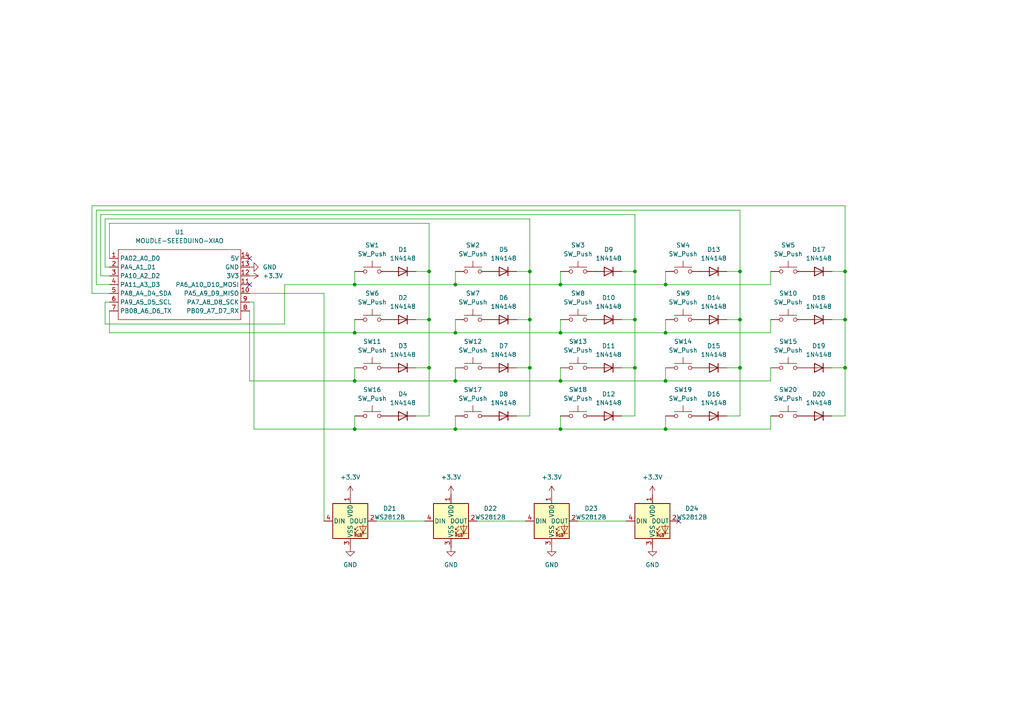
<source format=kicad_sch>
(kicad_sch (version 20230121) (generator eeschema)
  (paper "A4")
  (lib_symbols
    (symbol "Diode:1N4148" (pin_numbers hide) (pin_names hide)
      (property "Reference" "D" (at 0 2.54 0))
      (property "Value" "1N4148" (at 0 -2.54 0))
      (symbol "1N4148_0_1"
        (polyline (pts (xy -1.27 1.27) (xy -1.27 -1.27)) (stroke (width 0.254)))
        (polyline (pts (xy 1.27 0) (xy -1.27 0)))
        (polyline (pts (xy 1.27 1.27) (xy 1.27 -1.27) (xy -1.27 0) (xy 1.27 1.27)) (stroke (width 0.254)))
      )
      (symbol "1N4148_1_1"
        (pin passive line (at -3.81 0 0) (length 2.54) (name "K") (number "1"))
        (pin passive line (at 3.81 0 180) (length 2.54) (name "A") (number "2"))
      )
    )
    (symbol "LED:WS2812B" (pin_names (offset 0.254))
      (property "Reference" "D" (at 5.08 5.715 0))
      (property "Value" "WS2812B" (at 1.27 -5.715 0))
      (symbol "WS2812B_0_0"
        (text "RGB" (at 2.286 -4.191 0) (effects (font (size 0.762 0.762))))
      )
      (symbol "WS2812B_0_1"
        (polyline (pts (xy 1.27 -3.556) (xy 1.778 -3.556)))
        (polyline (pts (xy 1.27 -2.54) (xy 1.778 -2.54)))
        (polyline (pts (xy 4.699 -3.556) (xy 2.667 -3.556)))
        (polyline (pts (xy 2.286 -2.54) (xy 1.27 -3.556) (xy 1.27 -3.048)))
        (polyline (pts (xy 2.286 -1.524) (xy 1.27 -2.54) (xy 1.27 -2.032)))
        (polyline (pts (xy 3.683 -1.016) (xy 3.683 -3.556) (xy 3.683 -4.064)))
        (polyline (pts (xy 4.699 -1.524) (xy 2.667 -1.524) (xy 3.683 -3.556) (xy 4.699 -1.524)))
        (rectangle (start 5.08 5.08) (end -5.08 -5.08) (stroke (width 0.254)) (fill (type background)))
      )
      (symbol "WS2812B_1_1"
        (pin power_in line (at 0 7.62 270) (length 2.54) (name "VDD") (number "1"))
        (pin output line (at 7.62 0 180) (length 2.54) (name "DOUT") (number "2"))
        (pin power_in line (at 0 -7.62 90) (length 2.54) (name "VSS") (number "3"))
        (pin input line (at -7.62 0 0) (length 2.54) (name "DIN") (number "4"))
      )
    )
    (symbol "MOUDLE-SEEEDUINO-XIAO:MOUDLE-SEEEDUINO-XIAO"
      (property "Reference" "U" (at -16.51 11.43 0))
      (property "Value" "MOUDLE-SEEEDUINO-XIAO" (at -3.81 -11.43 0))
      (symbol "MOUDLE-SEEEDUINO-XIAO_0_1"
        (rectangle (start -16.51 10.16) (end 19.05 -10.16))
      )
      (symbol "MOUDLE-SEEEDUINO-XIAO_1_1"
        (pin passive line (at -19.05 7.62 0) (length 2.54) (name "PA02_A0_D0") (number "1"))
        (pin passive line (at 21.59 -2.54 180) (length 2.54) (name "PA5_A9_D9_MISO") (number "10"))
        (pin passive line (at 21.59 0 180) (length 2.54) (name "PA6_A10_D10_MOSI") (number "11"))
        (pin passive line (at 21.59 2.54 180) (length 2.54) (name "3V3") (number "12"))
        (pin passive line (at 21.59 5.08 180) (length 2.54) (name "GND") (number "13"))
        (pin passive line (at 21.59 7.62 180) (length 2.54) (name "5V") (number "14"))
        (pin passive line (at -19.05 5.08 0) (length 2.54) (name "PA4_A1_D1") (number "2"))
        (pin passive line (at -19.05 2.54 0) (length 2.54) (name "PA10_A2_D2") (number "3"))
        (pin passive line (at -19.05 0 0) (length 2.54) (name "PA11_A3_D3") (number "4"))
        (pin passive line (at -19.05 -2.54 0) (length 2.54) (name "PA8_A4_D4_SDA") (number "5"))
        (pin passive line (at -19.05 -5.08 0) (length 2.54) (name "PA9_A5_D5_SCL") (number "6"))
        (pin passive line (at -19.05 -7.62 0) (length 2.54) (name "PB08_A6_D6_TX") (number "7"))
        (pin passive line (at 21.59 -7.62 180) (length 2.54) (name "PB09_A7_D7_RX") (number "8"))
        (pin passive line (at 21.59 -5.08 180) (length 2.54) (name "PA7_A8_D8_SCK") (number "9"))
      )
    )
    (symbol "Switch:SW_Push" (pin_numbers hide) (pin_names (offset 1.016) hide)
      (property "Reference" "SW" (at 1.27 2.54 0))
      (property "Value" "SW_Push" (at 0 -1.524 0))
      (symbol "SW_Push_0_1"
        (circle (center -2.032 0) (radius 0.508))
        (polyline (pts (xy 0 1.27) (xy 0 3.048)))
        (polyline (pts (xy 2.54 1.27) (xy -2.54 1.27)))
        (circle (center 2.032 0) (radius 0.508))
        (pin passive line (at -5.08 0 0) (length 2.54) (name "1") (number "1"))
        (pin passive line (at 5.08 0 180) (length 2.54) (name "2") (number "2"))
      )
    )
    (symbol "power:+3.3V" (power) (pin_names (offset 0))
      (property "Value" "+3.3V" (at 0 3.556 0))
      (symbol "+3.3V_0_1"
        (polyline (pts (xy -0.762 1.27) (xy 0 2.54)))
        (polyline (pts (xy 0 0) (xy 0 2.54)))
        (polyline (pts (xy 0 2.54) (xy 0.762 1.27)))
      )
      (symbol "+3.3V_1_1"
        (pin power_in line (at 0 0 90) (length 0) hide (name "+3.3V") (number "1"))
      )
    )
    (symbol "power:GND" (power) (pin_names (offset 0))
      (property "Value" "GND" (at 0 -3.81 0))
      (symbol "GND_0_1"
        (polyline (pts (xy 0 0) (xy 0 -1.27) (xy 1.27 -1.27) (xy 0 -2.54) (xy -1.27 -1.27) (xy 0 -1.27)))
      )
      (symbol "GND_1_1"
        (pin power_in line (at 0 0 270) (length 0) hide (name "GND") (number "1"))
      )
    )
  )
  (junction (at 162.56 110.49))
  (junction (at 214.63 78.74))
  (junction (at 214.63 106.68))
  (junction (at 162.56 124.46))
  (junction (at 245.11 106.68))
  (junction (at 132.08 124.46))
  (junction (at 102.87 82.55))
  (junction (at 102.87 110.49))
  (junction (at 245.11 78.74))
  (junction (at 184.15 106.68))
  (junction (at 193.04 82.55))
  (junction (at 153.67 92.71))
  (junction (at 102.87 124.46))
  (junction (at 132.08 82.55))
  (junction (at 193.04 124.46))
  (junction (at 214.63 92.71))
  (junction (at 102.87 96.52))
  (junction (at 124.46 92.71))
  (junction (at 153.67 106.68))
  (junction (at 132.08 110.49))
  (junction (at 193.04 110.49))
  (junction (at 184.15 78.74))
  (junction (at 124.46 78.74))
  (junction (at 162.56 82.55))
  (junction (at 132.08 96.52))
  (junction (at 153.67 78.74))
  (junction (at 162.56 96.52))
  (junction (at 245.11 92.71))
  (junction (at 124.46 106.68))
  (junction (at 193.04 96.52))
  (junction (at 184.15 92.71))
  (no_connect (at 72.39 74.93))
  (no_connect (at 72.39 82.55))
  (no_connect (at 196.85 151.13))
  (wire (pts (xy 27.94 60.96) (xy 27.94 82.55)))
  (wire (pts (xy 245.11 120.65) (xy 245.11 106.68)))
  (wire (pts (xy 193.04 96.52) (xy 162.56 96.52)))
  (wire (pts (xy 82.55 82.55) (xy 102.87 82.55)))
  (wire (pts (xy 132.08 106.68) (xy 132.08 110.49)))
  (wire (pts (xy 26.67 59.69) (xy 26.67 85.09)))
  (wire (pts (xy 132.08 120.65) (xy 132.08 124.46)))
  (wire (pts (xy 26.67 85.09) (xy 31.75 85.09)))
  (wire (pts (xy 102.87 110.49) (xy 132.08 110.49)))
  (wire (pts (xy 31.75 64.77) (xy 31.75 74.93)))
  (wire (pts (xy 102.87 120.65) (xy 102.87 124.46)))
  (wire (pts (xy 132.08 92.71) (xy 132.08 96.52)))
  (wire (pts (xy 193.04 106.68) (xy 193.04 110.49)))
  (wire (pts (xy 245.11 92.71) (xy 245.11 78.74)))
  (wire (pts (xy 162.56 120.65) (xy 162.56 124.46)))
  (wire (pts (xy 73.66 87.63) (xy 72.39 87.63)))
  (wire (pts (xy 210.82 92.71) (xy 214.63 92.71)))
  (wire (pts (xy 73.66 124.46) (xy 73.66 87.63)))
  (wire (pts (xy 180.34 92.71) (xy 184.15 92.71)))
  (wire (pts (xy 210.82 78.74) (xy 214.63 78.74)))
  (wire (pts (xy 102.87 96.52) (xy 132.08 96.52)))
  (wire (pts (xy 223.52 92.71) (xy 223.52 96.52)))
  (wire (pts (xy 241.3 92.71) (xy 245.11 92.71)))
  (wire (pts (xy 124.46 64.77) (xy 124.46 78.74)))
  (wire (pts (xy 180.34 78.74) (xy 184.15 78.74)))
  (wire (pts (xy 223.52 120.65) (xy 223.52 124.46)))
  (wire (pts (xy 30.48 87.63) (xy 31.75 87.63)))
  (wire (pts (xy 241.3 120.65) (xy 245.11 120.65)))
  (wire (pts (xy 245.11 59.69) (xy 245.11 78.74)))
  (wire (pts (xy 214.63 92.71) (xy 214.63 78.74)))
  (wire (pts (xy 193.04 92.71) (xy 193.04 96.52)))
  (wire (pts (xy 102.87 78.74) (xy 102.87 82.55)))
  (wire (pts (xy 214.63 106.68) (xy 214.63 92.71)))
  (wire (pts (xy 153.67 120.65) (xy 153.67 106.68)))
  (wire (pts (xy 245.11 59.69) (xy 26.67 59.69)))
  (wire (pts (xy 162.56 92.71) (xy 162.56 96.52)))
  (wire (pts (xy 27.94 82.55) (xy 31.75 82.55)))
  (wire (pts (xy 184.15 62.23) (xy 184.15 78.74)))
  (wire (pts (xy 162.56 78.74) (xy 162.56 82.55)))
  (wire (pts (xy 223.52 82.55) (xy 193.04 82.55)))
  (wire (pts (xy 124.46 106.68) (xy 124.46 92.71)))
  (wire (pts (xy 82.55 93.98) (xy 30.48 93.98)))
  (wire (pts (xy 223.52 106.68) (xy 223.52 110.49)))
  (wire (pts (xy 120.65 92.71) (xy 124.46 92.71)))
  (wire (pts (xy 149.86 120.65) (xy 153.67 120.65)))
  (wire (pts (xy 214.63 120.65) (xy 214.63 106.68)))
  (wire (pts (xy 223.52 124.46) (xy 193.04 124.46)))
  (wire (pts (xy 193.04 78.74) (xy 193.04 82.55)))
  (wire (pts (xy 241.3 78.74) (xy 245.11 78.74)))
  (wire (pts (xy 149.86 106.68) (xy 153.67 106.68)))
  (wire (pts (xy 167.64 151.13) (xy 181.61 151.13)))
  (wire (pts (xy 162.56 110.49) (xy 132.08 110.49)))
  (wire (pts (xy 124.46 64.77) (xy 31.75 64.77)))
  (wire (pts (xy 162.56 96.52) (xy 132.08 96.52)))
  (wire (pts (xy 193.04 120.65) (xy 193.04 124.46)))
  (wire (pts (xy 109.22 151.13) (xy 123.19 151.13)))
  (wire (pts (xy 153.67 63.5) (xy 30.48 63.5)))
  (wire (pts (xy 193.04 82.55) (xy 162.56 82.55)))
  (wire (pts (xy 149.86 92.71) (xy 153.67 92.71)))
  (wire (pts (xy 30.48 63.5) (xy 30.48 77.47)))
  (wire (pts (xy 223.52 96.52) (xy 193.04 96.52)))
  (wire (pts (xy 210.82 106.68) (xy 214.63 106.68)))
  (wire (pts (xy 31.75 96.52) (xy 31.75 90.17)))
  (wire (pts (xy 120.65 78.74) (xy 124.46 78.74)))
  (wire (pts (xy 138.43 151.13) (xy 152.4 151.13)))
  (wire (pts (xy 102.87 82.55) (xy 132.08 82.55)))
  (wire (pts (xy 223.52 78.74) (xy 223.52 82.55)))
  (wire (pts (xy 93.98 85.09) (xy 72.39 85.09)))
  (wire (pts (xy 180.34 120.65) (xy 184.15 120.65)))
  (wire (pts (xy 120.65 120.65) (xy 124.46 120.65)))
  (wire (pts (xy 72.39 110.49) (xy 102.87 110.49)))
  (wire (pts (xy 210.82 120.65) (xy 214.63 120.65)))
  (wire (pts (xy 124.46 92.71) (xy 124.46 78.74)))
  (wire (pts (xy 124.46 120.65) (xy 124.46 106.68)))
  (wire (pts (xy 149.86 78.74) (xy 153.67 78.74)))
  (wire (pts (xy 184.15 120.65) (xy 184.15 106.68)))
  (wire (pts (xy 223.52 110.49) (xy 193.04 110.49)))
  (wire (pts (xy 193.04 110.49) (xy 162.56 110.49)))
  (wire (pts (xy 162.56 124.46) (xy 132.08 124.46)))
  (wire (pts (xy 31.75 96.52) (xy 102.87 96.52)))
  (wire (pts (xy 73.66 124.46) (xy 102.87 124.46)))
  (wire (pts (xy 241.3 106.68) (xy 245.11 106.68)))
  (wire (pts (xy 153.67 92.71) (xy 153.67 78.74)))
  (wire (pts (xy 193.04 124.46) (xy 162.56 124.46)))
  (wire (pts (xy 29.21 80.01) (xy 31.75 80.01)))
  (wire (pts (xy 120.65 106.68) (xy 124.46 106.68)))
  (wire (pts (xy 245.11 106.68) (xy 245.11 92.71)))
  (wire (pts (xy 180.34 106.68) (xy 184.15 106.68)))
  (wire (pts (xy 30.48 93.98) (xy 30.48 87.63)))
  (wire (pts (xy 102.87 106.68) (xy 102.87 110.49)))
  (wire (pts (xy 184.15 106.68) (xy 184.15 92.71)))
  (wire (pts (xy 214.63 60.96) (xy 27.94 60.96)))
  (wire (pts (xy 132.08 78.74) (xy 132.08 82.55)))
  (wire (pts (xy 153.67 63.5) (xy 153.67 78.74)))
  (wire (pts (xy 184.15 62.23) (xy 29.21 62.23)))
  (wire (pts (xy 102.87 92.71) (xy 102.87 96.52)))
  (wire (pts (xy 153.67 106.68) (xy 153.67 92.71)))
  (wire (pts (xy 102.87 124.46) (xy 132.08 124.46)))
  (wire (pts (xy 72.39 110.49) (xy 72.39 90.17)))
  (wire (pts (xy 82.55 82.55) (xy 82.55 93.98)))
  (wire (pts (xy 162.56 82.55) (xy 132.08 82.55)))
  (wire (pts (xy 184.15 92.71) (xy 184.15 78.74)))
  (wire (pts (xy 162.56 106.68) (xy 162.56 110.49)))
  (wire (pts (xy 30.48 77.47) (xy 31.75 77.47)))
  (wire (pts (xy 93.98 151.13) (xy 93.98 85.09)))
  (wire (pts (xy 29.21 62.23) (xy 29.21 80.01)))
  (wire (pts (xy 214.63 60.96) (xy 214.63 78.74)))
  (symbol (lib_id "Diode:1N4148") (at 116.84 120.65 180) (unit 1)
    (property "Reference" "D4" (at 116.84 114.3 0))
    (property "Value" "1N4148" (at 116.84 116.84 0))
    (property "Footprint" "Diode_THT:D_DO-35_SOD27_P7.62mm_Horizontal" (effects hide))
    (property "Datasheet" "https://assets.nexperia.com/documents/data-sheet/1N4148_1N4448.pdf" (effects hide))
    (property "Sim.Device" "D" (effects hide))
    (property "Sim.Pins" "1=K 2=A" (effects hide))
  )
  (symbol (lib_id "Diode:1N4148") (at 116.84 78.74 180) (unit 1)
    (property "Reference" "D1" (at 116.84 72.39 0))
    (property "Value" "1N4148" (at 116.84 74.93 0))
    (property "Footprint" "Diode_THT:D_DO-35_SOD27_P7.62mm_Horizontal" (effects hide))
    (property "Datasheet" "https://assets.nexperia.com/documents/data-sheet/1N4148_1N4448.pdf" (effects hide))
    (property "Sim.Device" "D" (effects hide))
    (property "Sim.Pins" "1=K 2=A" (effects hide))
  )
  (symbol (lib_id "Diode:1N4148") (at 237.49 78.74 180) (unit 1)
    (property "Reference" "D17" (at 237.49 72.39 0))
    (property "Value" "1N4148" (at 237.49 74.93 0))
    (property "Footprint" "Diode_THT:D_DO-35_SOD27_P7.62mm_Horizontal" (effects hide))
    (property "Datasheet" "https://assets.nexperia.com/documents/data-sheet/1N4148_1N4448.pdf" (effects hide))
    (property "Sim.Device" "D" (effects hide))
    (property "Sim.Pins" "1=K 2=A" (effects hide))
  )
  (symbol (lib_id "LED:WS2812B") (at 189.23 151.13 0) (unit 1)
    (property "Reference" "D24" (at 200.66 147.4821 0))
    (property "Value" "WS2812B" (at 200.66 150.0221 0))
    (property "Footprint" "LED_SMD:LED_WS2812B_PLCC4_5.0x5.0mm_P3.2mm" (effects hide))
    (property "Datasheet" "https://cdn-shop.adafruit.com/datasheets/WS2812B.pdf" (effects hide))
  )
  (symbol (lib_id "Diode:1N4148") (at 237.49 92.71 180) (unit 1)
    (property "Reference" "D18" (at 237.49 86.36 0))
    (property "Value" "1N4148" (at 237.49 88.9 0))
    (property "Footprint" "Diode_THT:D_DO-35_SOD27_P7.62mm_Horizontal" (effects hide))
    (property "Datasheet" "https://assets.nexperia.com/documents/data-sheet/1N4148_1N4448.pdf" (effects hide))
    (property "Sim.Device" "D" (effects hide))
    (property "Sim.Pins" "1=K 2=A" (effects hide))
  )
  (symbol (lib_id "Diode:1N4148") (at 207.01 78.74 180) (unit 1)
    (property "Reference" "D13" (at 207.01 72.39 0))
    (property "Value" "1N4148" (at 207.01 74.93 0))
    (property "Footprint" "Diode_THT:D_DO-35_SOD27_P7.62mm_Horizontal" (effects hide))
    (property "Datasheet" "https://assets.nexperia.com/documents/data-sheet/1N4148_1N4448.pdf" (effects hide))
    (property "Sim.Device" "D" (effects hide))
    (property "Sim.Pins" "1=K 2=A" (effects hide))
  )
  (symbol (lib_id "Switch:SW_Push") (at 137.16 120.65 0) (unit 1)
    (property "Reference" "SW17" (at 137.16 113.03 0))
    (property "Value" "SW_Push" (at 137.16 115.57 0))
    (property "Footprint" "gateron 1u:Gateron-KS33-Solderable-1U" (effects hide))
  )
  (symbol (lib_id "Switch:SW_Push") (at 167.64 120.65 0) (unit 1)
    (property "Reference" "SW18" (at 167.64 113.03 0))
    (property "Value" "SW_Push" (at 167.64 115.57 0))
    (property "Footprint" "gateron 1u:Gateron-KS33-Solderable-1U" (effects hide))
  )
  (symbol (lib_id "Switch:SW_Push") (at 137.16 92.71 0) (unit 1)
    (property "Reference" "SW7" (at 137.16 85.09 0))
    (property "Value" "SW_Push" (at 137.16 87.63 0))
    (property "Footprint" "gateron 1u:Gateron-KS33-Solderable-1U" (effects hide))
  )
  (symbol (lib_id "Diode:1N4148") (at 207.01 92.71 180) (unit 1)
    (property "Reference" "D14" (at 207.01 86.36 0))
    (property "Value" "1N4148" (at 207.01 88.9 0))
    (property "Footprint" "Diode_THT:D_DO-35_SOD27_P7.62mm_Horizontal" (effects hide))
    (property "Datasheet" "https://assets.nexperia.com/documents/data-sheet/1N4148_1N4448.pdf" (effects hide))
    (property "Sim.Device" "D" (effects hide))
    (property "Sim.Pins" "1=K 2=A" (effects hide))
  )
  (symbol (lib_id "Switch:SW_Push") (at 198.12 78.74 0) (unit 1)
    (property "Reference" "SW4" (at 198.12 71.12 0))
    (property "Value" "SW_Push" (at 198.12 73.66 0))
    (property "Footprint" "gateron 1u:Gateron-KS33-Solderable-1U" (effects hide))
  )
  (symbol (lib_id "power:GND") (at 130.81 158.75 0) (unit 1)
    (property "Reference" "#PWR03" (effects hide))
    (property "Value" "GND" (at 130.81 163.83 0))
  )
  (symbol (lib_id "LED:WS2812B") (at 101.6 151.13 0) (unit 1)
    (property "Reference" "D21" (at 113.03 147.4821 0))
    (property "Value" "WS2812B" (at 113.03 150.0221 0))
    (property "Footprint" "LED_SMD:LED_WS2812B_PLCC4_5.0x5.0mm_P3.2mm" (effects hide))
    (property "Datasheet" "https://cdn-shop.adafruit.com/datasheets/WS2812B.pdf" (effects hide))
  )
  (symbol (lib_id "power:GND") (at 72.39 77.47 90) (unit 1)
    (property "Reference" "#PWR01" (effects hide))
    (property "Value" "GND" (at 76.2 77.47 90) (effects (justify right)))
  )
  (symbol (lib_id "Diode:1N4148") (at 237.49 106.68 180) (unit 1)
    (property "Reference" "D19" (at 237.49 100.33 0))
    (property "Value" "1N4148" (at 237.49 102.87 0))
    (property "Footprint" "Diode_THT:D_DO-35_SOD27_P7.62mm_Horizontal" (effects hide))
    (property "Datasheet" "https://assets.nexperia.com/documents/data-sheet/1N4148_1N4448.pdf" (effects hide))
    (property "Sim.Device" "D" (effects hide))
    (property "Sim.Pins" "1=K 2=A" (effects hide))
  )
  (symbol (lib_id "Diode:1N4148") (at 176.53 106.68 180) (unit 1)
    (property "Reference" "D11" (at 176.53 100.33 0))
    (property "Value" "1N4148" (at 176.53 102.87 0))
    (property "Footprint" "Diode_THT:D_DO-35_SOD27_P7.62mm_Horizontal" (effects hide))
    (property "Datasheet" "https://assets.nexperia.com/documents/data-sheet/1N4148_1N4448.pdf" (effects hide))
    (property "Sim.Device" "D" (effects hide))
    (property "Sim.Pins" "1=K 2=A" (effects hide))
  )
  (symbol (lib_id "power:+3.3V") (at 160.02 143.51 0) (unit 1)
    (property "Reference" "#PWR08" (effects hide))
    (property "Value" "+3.3V" (at 160.02 138.43 0))
  )
  (symbol (lib_id "Switch:SW_Push") (at 228.6 92.71 0) (unit 1)
    (property "Reference" "SW10" (at 228.6 85.09 0))
    (property "Value" "SW_Push" (at 228.6 87.63 0))
    (property "Footprint" "gateron 1u:Gateron-KS33-Solderable-1U" (effects hide))
  )
  (symbol (lib_id "power:+3.3V") (at 189.23 143.51 0) (unit 1)
    (property "Reference" "#PWR09" (effects hide))
    (property "Value" "+3.3V" (at 189.23 138.43 0))
  )
  (symbol (lib_id "power:+3.3V") (at 72.39 80.01 270) (unit 1)
    (property "Reference" "#PWR010" (effects hide))
    (property "Value" "+3.3V" (at 76.2 80.01 90) (effects (justify left)))
  )
  (symbol (lib_id "Diode:1N4148") (at 146.05 78.74 180) (unit 1)
    (property "Reference" "D5" (at 146.05 72.39 0))
    (property "Value" "1N4148" (at 146.05 74.93 0))
    (property "Footprint" "Diode_THT:D_DO-35_SOD27_P7.62mm_Horizontal" (effects hide))
    (property "Datasheet" "https://assets.nexperia.com/documents/data-sheet/1N4148_1N4448.pdf" (effects hide))
    (property "Sim.Device" "D" (effects hide))
    (property "Sim.Pins" "1=K 2=A" (effects hide))
  )
  (symbol (lib_id "Switch:SW_Push") (at 228.6 106.68 0) (unit 1)
    (property "Reference" "SW15" (at 228.6 99.06 0))
    (property "Value" "SW_Push" (at 228.6 101.6 0))
    (property "Footprint" "gateron 1u:Gateron-KS33-Solderable-1U" (effects hide))
  )
  (symbol (lib_id "power:GND") (at 101.6 158.75 0) (unit 1)
    (property "Reference" "#PWR02" (effects hide))
    (property "Value" "GND" (at 101.6 163.83 0))
  )
  (symbol (lib_id "power:GND") (at 189.23 158.75 0) (unit 1)
    (property "Reference" "#PWR05" (effects hide))
    (property "Value" "GND" (at 189.23 163.83 0))
  )
  (symbol (lib_id "Diode:1N4148") (at 176.53 120.65 180) (unit 1)
    (property "Reference" "D12" (at 176.53 114.3 0))
    (property "Value" "1N4148" (at 176.53 116.84 0))
    (property "Footprint" "Diode_THT:D_DO-35_SOD27_P7.62mm_Horizontal" (effects hide))
    (property "Datasheet" "https://assets.nexperia.com/documents/data-sheet/1N4148_1N4448.pdf" (effects hide))
    (property "Sim.Device" "D" (effects hide))
    (property "Sim.Pins" "1=K 2=A" (effects hide))
  )
  (symbol (lib_id "Diode:1N4148") (at 146.05 92.71 180) (unit 1)
    (property "Reference" "D6" (at 146.05 86.36 0))
    (property "Value" "1N4148" (at 146.05 88.9 0))
    (property "Footprint" "Diode_THT:D_DO-35_SOD27_P7.62mm_Horizontal" (effects hide))
    (property "Datasheet" "https://assets.nexperia.com/documents/data-sheet/1N4148_1N4448.pdf" (effects hide))
    (property "Sim.Device" "D" (effects hide))
    (property "Sim.Pins" "1=K 2=A" (effects hide))
  )
  (symbol (lib_id "Switch:SW_Push") (at 137.16 106.68 0) (unit 1)
    (property "Reference" "SW12" (at 137.16 99.06 0))
    (property "Value" "SW_Push" (at 137.16 101.6 0))
    (property "Footprint" "gateron 1u:Gateron-KS33-Solderable-1U" (effects hide))
  )
  (symbol (lib_id "Switch:SW_Push") (at 107.95 92.71 0) (unit 1)
    (property "Reference" "SW6" (at 107.95 85.09 0))
    (property "Value" "SW_Push" (at 107.95 87.63 0))
    (property "Footprint" "gateron 1u:Gateron-KS33-Solderable-1U" (effects hide))
  )
  (symbol (lib_id "Switch:SW_Push") (at 228.6 78.74 0) (unit 1)
    (property "Reference" "SW5" (at 228.6 71.12 0))
    (property "Value" "SW_Push" (at 228.6 73.66 0))
    (property "Footprint" "gateron 1u:Gateron-KS33-Solderable-1U" (effects hide))
  )
  (symbol (lib_id "Switch:SW_Push") (at 198.12 120.65 0) (unit 1)
    (property "Reference" "SW19" (at 198.12 113.03 0))
    (property "Value" "SW_Push" (at 198.12 115.57 0))
    (property "Footprint" "gateron 1u:Gateron-KS33-Solderable-1U" (effects hide))
  )
  (symbol (lib_id "Switch:SW_Push") (at 167.64 106.68 0) (unit 1)
    (property "Reference" "SW13" (at 167.64 99.06 0))
    (property "Value" "SW_Push" (at 167.64 101.6 0))
    (property "Footprint" "gateron 1u:Gateron-KS33-Solderable-1U" (effects hide))
  )
  (symbol (lib_id "Switch:SW_Push") (at 198.12 106.68 0) (unit 1)
    (property "Reference" "SW14" (at 198.12 99.06 0))
    (property "Value" "SW_Push" (at 198.12 101.6 0))
    (property "Footprint" "gateron 1u:Gateron-KS33-Solderable-1U" (effects hide))
  )
  (symbol (lib_id "Switch:SW_Push") (at 167.64 78.74 0) (unit 1)
    (property "Reference" "SW3" (at 167.64 71.12 0))
    (property "Value" "SW_Push" (at 167.64 73.66 0))
    (property "Footprint" "gateron 1u:Gateron-KS33-Solderable-1U" (effects hide))
  )
  (symbol (lib_id "Diode:1N4148") (at 146.05 120.65 180) (unit 1)
    (property "Reference" "D8" (at 146.05 114.3 0))
    (property "Value" "1N4148" (at 146.05 116.84 0))
    (property "Footprint" "Diode_THT:D_DO-35_SOD27_P7.62mm_Horizontal" (effects hide))
    (property "Datasheet" "https://assets.nexperia.com/documents/data-sheet/1N4148_1N4448.pdf" (effects hide))
    (property "Sim.Device" "D" (effects hide))
    (property "Sim.Pins" "1=K 2=A" (effects hide))
  )
  (symbol (lib_id "MOUDLE-SEEEDUINO-XIAO:MOUDLE-SEEEDUINO-XIAO") (at 50.8 82.55 0) (unit 1)
    (property "Reference" "U1" (at 52.07 67.31 0))
    (property "Value" "MOUDLE-SEEEDUINO-XIAO" (at 52.07 69.85 0))
    (property "Footprint" "gateron 1u:XIAO-Generic-Thruhole-14P-2.54-21X17.8MM" (effects hide))
  )
  (symbol (lib_id "Diode:1N4148") (at 146.05 106.68 180) (unit 1)
    (property "Reference" "D7" (at 146.05 100.33 0))
    (property "Value" "1N4148" (at 146.05 102.87 0))
    (property "Footprint" "Diode_THT:D_DO-35_SOD27_P7.62mm_Horizontal" (effects hide))
    (property "Datasheet" "https://assets.nexperia.com/documents/data-sheet/1N4148_1N4448.pdf" (effects hide))
    (property "Sim.Device" "D" (effects hide))
    (property "Sim.Pins" "1=K 2=A" (effects hide))
  )
  (symbol (lib_id "Switch:SW_Push") (at 107.95 106.68 0) (unit 1)
    (property "Reference" "SW11" (at 107.95 99.06 0))
    (property "Value" "SW_Push" (at 107.95 101.6 0))
    (property "Footprint" "gateron 1u:Gateron-KS33-Solderable-1U" (effects hide))
  )
  (symbol (lib_id "power:GND") (at 160.02 158.75 0) (unit 1)
    (property "Reference" "#PWR04" (effects hide))
    (property "Value" "GND" (at 160.02 163.83 0))
  )
  (symbol (lib_id "LED:WS2812B") (at 130.81 151.13 0) (unit 1)
    (property "Reference" "D22" (at 142.24 147.4821 0))
    (property "Value" "WS2812B" (at 142.24 150.0221 0))
    (property "Footprint" "LED_SMD:LED_WS2812B_PLCC4_5.0x5.0mm_P3.2mm" (effects hide))
    (property "Datasheet" "https://cdn-shop.adafruit.com/datasheets/WS2812B.pdf" (effects hide))
  )
  (symbol (lib_id "Diode:1N4148") (at 176.53 78.74 180) (unit 1)
    (property "Reference" "D9" (at 176.53 72.39 0))
    (property "Value" "1N4148" (at 176.53 74.93 0))
    (property "Footprint" "Diode_THT:D_DO-35_SOD27_P7.62mm_Horizontal" (effects hide))
    (property "Datasheet" "https://assets.nexperia.com/documents/data-sheet/1N4148_1N4448.pdf" (effects hide))
    (property "Sim.Device" "D" (effects hide))
    (property "Sim.Pins" "1=K 2=A" (effects hide))
  )
  (symbol (lib_id "Diode:1N4148") (at 207.01 106.68 180) (unit 1)
    (property "Reference" "D15" (at 207.01 100.33 0))
    (property "Value" "1N4148" (at 207.01 102.87 0))
    (property "Footprint" "Diode_THT:D_DO-35_SOD27_P7.62mm_Horizontal" (effects hide))
    (property "Datasheet" "https://assets.nexperia.com/documents/data-sheet/1N4148_1N4448.pdf" (effects hide))
    (property "Sim.Device" "D" (effects hide))
    (property "Sim.Pins" "1=K 2=A" (effects hide))
  )
  (symbol (lib_id "Diode:1N4148") (at 116.84 106.68 180) (unit 1)
    (property "Reference" "D3" (at 116.84 100.33 0))
    (property "Value" "1N4148" (at 116.84 102.87 0))
    (property "Footprint" "Diode_THT:D_DO-35_SOD27_P7.62mm_Horizontal" (effects hide))
    (property "Datasheet" "https://assets.nexperia.com/documents/data-sheet/1N4148_1N4448.pdf" (effects hide))
    (property "Sim.Device" "D" (effects hide))
    (property "Sim.Pins" "1=K 2=A" (effects hide))
  )
  (symbol (lib_id "power:+3.3V") (at 101.6 143.51 0) (unit 1)
    (property "Reference" "#PWR06" (effects hide))
    (property "Value" "+3.3V" (at 101.6 138.43 0))
  )
  (symbol (lib_id "Diode:1N4148") (at 116.84 92.71 180) (unit 1)
    (property "Reference" "D2" (at 116.84 86.36 0))
    (property "Value" "1N4148" (at 116.84 88.9 0))
    (property "Footprint" "Diode_THT:D_DO-35_SOD27_P7.62mm_Horizontal" (effects hide))
    (property "Datasheet" "https://assets.nexperia.com/documents/data-sheet/1N4148_1N4448.pdf" (effects hide))
    (property "Sim.Device" "D" (effects hide))
    (property "Sim.Pins" "1=K 2=A" (effects hide))
  )
  (symbol (lib_id "power:+3.3V") (at 130.81 143.51 0) (unit 1)
    (property "Reference" "#PWR07" (effects hide))
    (property "Value" "+3.3V" (at 130.81 138.43 0))
  )
  (symbol (lib_id "Diode:1N4148") (at 207.01 120.65 180) (unit 1)
    (property "Reference" "D16" (at 207.01 114.3 0))
    (property "Value" "1N4148" (at 207.01 116.84 0))
    (property "Footprint" "Diode_THT:D_DO-35_SOD27_P7.62mm_Horizontal" (effects hide))
    (property "Datasheet" "https://assets.nexperia.com/documents/data-sheet/1N4148_1N4448.pdf" (effects hide))
    (property "Sim.Device" "D" (effects hide))
    (property "Sim.Pins" "1=K 2=A" (effects hide))
  )
  (symbol (lib_id "Switch:SW_Push") (at 137.16 78.74 0) (unit 1)
    (property "Reference" "SW2" (at 137.16 71.12 0))
    (property "Value" "SW_Push" (at 137.16 73.66 0))
    (property "Footprint" "gateron 1u:Gateron-KS33-Solderable-1U" (effects hide))
  )
  (symbol (lib_id "Diode:1N4148") (at 237.49 120.65 180) (unit 1)
    (property "Reference" "D20" (at 237.49 114.3 0))
    (property "Value" "1N4148" (at 237.49 116.84 0))
    (property "Footprint" "Diode_THT:D_DO-35_SOD27_P7.62mm_Horizontal" (effects hide))
    (property "Datasheet" "https://assets.nexperia.com/documents/data-sheet/1N4148_1N4448.pdf" (effects hide))
    (property "Sim.Device" "D" (effects hide))
    (property "Sim.Pins" "1=K 2=A" (effects hide))
  )
  (symbol (lib_id "Switch:SW_Push") (at 198.12 92.71 0) (unit 1)
    (property "Reference" "SW9" (at 198.12 85.09 0))
    (property "Value" "SW_Push" (at 198.12 87.63 0))
    (property "Footprint" "gateron 1u:Gateron-KS33-Solderable-1U" (effects hide))
  )
  (symbol (lib_id "LED:WS2812B") (at 160.02 151.13 0) (unit 1)
    (property "Reference" "D23" (at 171.45 147.4821 0))
    (property "Value" "WS2812B" (at 171.45 150.0221 0))
    (property "Footprint" "LED_SMD:LED_WS2812B_PLCC4_5.0x5.0mm_P3.2mm" (effects hide))
    (property "Datasheet" "https://cdn-shop.adafruit.com/datasheets/WS2812B.pdf" (effects hide))
  )
  (symbol (lib_id "Switch:SW_Push") (at 107.95 120.65 0) (unit 1)
    (property "Reference" "SW16" (at 107.95 113.03 0))
    (property "Value" "SW_Push" (at 107.95 115.57 0))
    (property "Footprint" "gateron 1u:Gateron-KS33-Solderable-1U" (effects hide))
  )
  (symbol (lib_id "Switch:SW_Push") (at 107.95 78.74 0) (unit 1)
    (property "Reference" "SW1" (at 107.95 71.12 0))
    (property "Value" "SW_Push" (at 107.95 73.66 0))
    (property "Footprint" "gateron 1u:Gateron-KS33-Solderable-1U" (effects hide))
  )
  (symbol (lib_id "Switch:SW_Push") (at 167.64 92.71 0) (unit 1)
    (property "Reference" "SW8" (at 167.64 85.09 0))
    (property "Value" "SW_Push" (at 167.64 87.63 0))
    (property "Footprint" "gateron 1u:Gateron-KS33-Solderable-1U" (effects hide))
  )
  (symbol (lib_id "Switch:SW_Push") (at 228.6 120.65 0) (unit 1)
    (property "Reference" "SW20" (at 228.6 113.03 0))
    (property "Value" "SW_Push" (at 228.6 115.57 0))
    (property "Footprint" "gateron 1u:Gateron-KS33-Solderable-1U" (effects hide))
  )
  (symbol (lib_id "Diode:1N4148") (at 176.53 92.71 180) (unit 1)
    (property "Reference" "D10" (at 176.53 86.36 0))
    (property "Value" "1N4148" (at 176.53 88.9 0))
    (property "Footprint" "Diode_THT:D_DO-35_SOD27_P7.62mm_Horizontal" (effects hide))
    (property "Datasheet" "https://assets.nexperia.com/documents/data-sheet/1N4148_1N4448.pdf" (effects hide))
    (property "Sim.Device" "D" (effects hide))
    (property "Sim.Pins" "1=K 2=A" (effects hide))
  )
)
</source>
